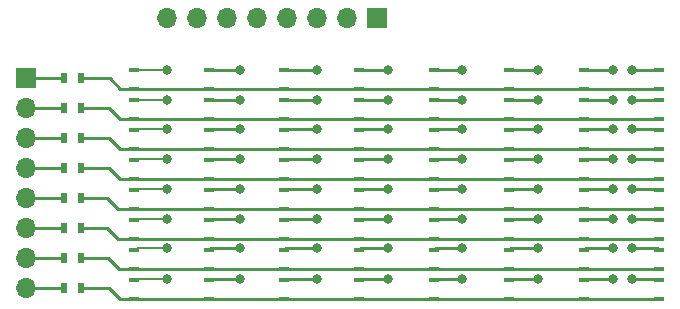
<source format=gbr>
%TF.GenerationSoftware,KiCad,Pcbnew,(5.1.9)-1*%
%TF.CreationDate,2021-06-01T09:40:16-07:00*%
%TF.ProjectId,Reverse_Mount_SMT_LED_PoC,52657665-7273-4655-9f4d-6f756e745f53,rev?*%
%TF.SameCoordinates,Original*%
%TF.FileFunction,Copper,L1,Top*%
%TF.FilePolarity,Positive*%
%FSLAX46Y46*%
G04 Gerber Fmt 4.6, Leading zero omitted, Abs format (unit mm)*
G04 Created by KiCad (PCBNEW (5.1.9)-1) date 2021-06-01 09:40:16*
%MOMM*%
%LPD*%
G01*
G04 APERTURE LIST*
%TA.AperFunction,ComponentPad*%
%ADD10R,1.700000X1.700000*%
%TD*%
%TA.AperFunction,ComponentPad*%
%ADD11O,1.700000X1.700000*%
%TD*%
%TA.AperFunction,SMDPad,CuDef*%
%ADD12R,0.850000X0.400000*%
%TD*%
%TA.AperFunction,SMDPad,CuDef*%
%ADD13R,0.500000X0.900000*%
%TD*%
%TA.AperFunction,ViaPad*%
%ADD14C,0.800000*%
%TD*%
%TA.AperFunction,Conductor*%
%ADD15C,0.200000*%
%TD*%
%TA.AperFunction,Conductor*%
%ADD16C,0.250000*%
%TD*%
G04 APERTURE END LIST*
D10*
X146530000Y-67250000D03*
D11*
X143990000Y-67250000D03*
X141450000Y-67250000D03*
X138910000Y-67250000D03*
X136370000Y-67250000D03*
X133830000Y-67250000D03*
X131290000Y-67250000D03*
X128750000Y-67250000D03*
D12*
X125935000Y-74200000D03*
X125935000Y-75860000D03*
X125935000Y-76740000D03*
X125935000Y-78400000D03*
X125935000Y-79280000D03*
X125935000Y-80940000D03*
X125935000Y-81820000D03*
X125935000Y-83480000D03*
X125935000Y-84360000D03*
X125935000Y-86020000D03*
X125935000Y-86900000D03*
X125935000Y-88560000D03*
X125935000Y-89440000D03*
X125935000Y-91100000D03*
X132285000Y-71660000D03*
X132285000Y-73320000D03*
X132285000Y-74200000D03*
X132285000Y-75860000D03*
X132285000Y-76740000D03*
X132285000Y-78400000D03*
X132285000Y-79280000D03*
X132285000Y-80940000D03*
X132285000Y-81820000D03*
X132285000Y-83480000D03*
X132285000Y-84360000D03*
X132285000Y-86020000D03*
X132285000Y-86900000D03*
X132285000Y-88560000D03*
X132285000Y-89440000D03*
X132285000Y-91100000D03*
X138635000Y-71660000D03*
X138635000Y-73320000D03*
X138635000Y-74200000D03*
X138635000Y-75860000D03*
X138635000Y-76740000D03*
X138635000Y-78400000D03*
X138635000Y-79280000D03*
X138635000Y-80940000D03*
X138635000Y-81820000D03*
X138635000Y-83480000D03*
X138635000Y-84360000D03*
X138635000Y-86020000D03*
X138635000Y-86900000D03*
X138635000Y-88560000D03*
X138635000Y-89440000D03*
X138635000Y-91100000D03*
X144985000Y-71660000D03*
X144985000Y-73320000D03*
X144985000Y-74200000D03*
X144985000Y-75860000D03*
X144985000Y-76740000D03*
X144985000Y-78400000D03*
X144985000Y-79280000D03*
X144985000Y-80940000D03*
X144985000Y-81820000D03*
X144985000Y-83480000D03*
X144985000Y-84360000D03*
X144985000Y-86020000D03*
X144985000Y-86900000D03*
X144985000Y-88560000D03*
X144985000Y-89440000D03*
X144985000Y-91100000D03*
X151335000Y-71660000D03*
X151335000Y-73320000D03*
X151335000Y-74200000D03*
X151335000Y-75860000D03*
X151335000Y-76740000D03*
X151335000Y-78400000D03*
X151335000Y-79280000D03*
X151335000Y-80940000D03*
X151335000Y-81820000D03*
X151335000Y-83480000D03*
X151335000Y-84360000D03*
X151335000Y-86020000D03*
X151335000Y-86900000D03*
X151335000Y-88560000D03*
X151335000Y-89435000D03*
X151335000Y-91095000D03*
X157685000Y-71660000D03*
X157685000Y-73320000D03*
X157685000Y-74200000D03*
X157685000Y-75860000D03*
X157685000Y-76740000D03*
X157685000Y-78400000D03*
X157685000Y-79280000D03*
X157685000Y-80940000D03*
X157685000Y-81820000D03*
X157685000Y-83480000D03*
X157685000Y-84360000D03*
X157685000Y-86020000D03*
X157685000Y-86900000D03*
X157685000Y-88560000D03*
X157685000Y-89440000D03*
X157685000Y-91100000D03*
X164035000Y-71660000D03*
X164035000Y-73320000D03*
X164035000Y-74200000D03*
X164035000Y-75860000D03*
X164035000Y-76740000D03*
X164035000Y-78400000D03*
X164035000Y-79280000D03*
X164035000Y-80940000D03*
X164035000Y-81820000D03*
X164035000Y-83480000D03*
X164035000Y-84360000D03*
X164035000Y-86020000D03*
X164035000Y-86900000D03*
X164035000Y-88560000D03*
X164035000Y-89440000D03*
X164035000Y-91100000D03*
X170385000Y-71660000D03*
X170385000Y-73320000D03*
X170385000Y-74200000D03*
X170385000Y-75860000D03*
X170385000Y-76740000D03*
X170385000Y-78400000D03*
X170385000Y-79280000D03*
X170385000Y-80940000D03*
X170385000Y-81815000D03*
X170385000Y-83475000D03*
X170385000Y-84360000D03*
X170385000Y-86020000D03*
X170385000Y-86900000D03*
X170385000Y-88560000D03*
X170385000Y-89440000D03*
X170385000Y-91100000D03*
D10*
X116840000Y-72390000D03*
D11*
X116840000Y-74930000D03*
X116840000Y-77470000D03*
X116840000Y-80010000D03*
X116840000Y-82550000D03*
X116840000Y-85090000D03*
X116840000Y-87630000D03*
X116840000Y-90170000D03*
D13*
X121515000Y-72390000D03*
X120015000Y-72390000D03*
X121515000Y-74930000D03*
X120015000Y-74930000D03*
X121515000Y-77470000D03*
X120015000Y-77470000D03*
X121515000Y-80010000D03*
X120015000Y-80010000D03*
X121515000Y-82550000D03*
X120015000Y-82550000D03*
X121515000Y-85090000D03*
X120015000Y-85090000D03*
X121515000Y-87630000D03*
X120015000Y-87630000D03*
X121515000Y-90170000D03*
X120015000Y-90170000D03*
D12*
X125935000Y-71660000D03*
X125935000Y-73320000D03*
D14*
X128750000Y-71700000D03*
X128750000Y-74200000D03*
X128750000Y-76700000D03*
X128750000Y-79200000D03*
X128750000Y-81800000D03*
X128750000Y-84300000D03*
X128750000Y-86800000D03*
X128750000Y-89400000D03*
X134950000Y-74200000D03*
X134950000Y-84300000D03*
X134950000Y-89400000D03*
X134950000Y-76700000D03*
X134950000Y-81800000D03*
X134950000Y-86800000D03*
X134950000Y-71700000D03*
X134950000Y-79200000D03*
X141450000Y-81800000D03*
X141450000Y-84300000D03*
X141450000Y-86800000D03*
X141450000Y-71700000D03*
X141450000Y-74200000D03*
X141450000Y-76700000D03*
X141450000Y-89400000D03*
X141450000Y-79200000D03*
X147450000Y-76700000D03*
X147450000Y-81800000D03*
X147450000Y-86800000D03*
X147450000Y-71700000D03*
X147450000Y-84300000D03*
X147450000Y-74200000D03*
X147450000Y-89400000D03*
X147450000Y-79200000D03*
X153750000Y-71700000D03*
X153750000Y-89400000D03*
X153750000Y-81800000D03*
X153750000Y-84300000D03*
X153750000Y-74200000D03*
X153750000Y-76700000D03*
X153750000Y-86800000D03*
X153750000Y-79200000D03*
X160150000Y-84300000D03*
X160150000Y-74200000D03*
X160150000Y-76700000D03*
X160150000Y-86800000D03*
X160150000Y-79200000D03*
X160150000Y-71700000D03*
X160150000Y-89400000D03*
X160150000Y-81800000D03*
X166550000Y-84300000D03*
X166550000Y-74200000D03*
X166550000Y-76700000D03*
X166550000Y-86800000D03*
X166550000Y-79200000D03*
X166550000Y-71700000D03*
X166550000Y-89400000D03*
X166550000Y-81800000D03*
X168150000Y-79200000D03*
X168150000Y-89400000D03*
X168150000Y-76700000D03*
X168150000Y-81800000D03*
X168150000Y-84300000D03*
X168150000Y-86800000D03*
X168150000Y-74200000D03*
X168150000Y-71700000D03*
D15*
X128750000Y-71700000D02*
X126095000Y-71700000D01*
X128750000Y-74200000D02*
X126135000Y-74200000D01*
X128750000Y-76700000D02*
X126175000Y-76700000D01*
X128750000Y-79200000D02*
X126215000Y-79200000D01*
X128750000Y-81800000D02*
X126155000Y-81800000D01*
X128750000Y-84300000D02*
X126195000Y-84300000D01*
X128750000Y-86800000D02*
X126235000Y-86800000D01*
X128750000Y-89400000D02*
X126175000Y-89400000D01*
D16*
X125935000Y-73320000D02*
X132285000Y-73320000D01*
X132285000Y-73320000D02*
X138635000Y-73320000D01*
X138635000Y-73320000D02*
X144985000Y-73320000D01*
X144985000Y-73320000D02*
X151335000Y-73320000D01*
X151335000Y-73320000D02*
X157685000Y-73320000D01*
X157685000Y-73320000D02*
X164035000Y-73320000D01*
X164035000Y-73320000D02*
X170385000Y-73320000D01*
X125935000Y-73320000D02*
X124820000Y-73320000D01*
X123890000Y-72390000D02*
X121515000Y-72390000D01*
X124820000Y-73320000D02*
X123890000Y-72390000D01*
X170385000Y-75860000D02*
X164035000Y-75860000D01*
X164035000Y-75860000D02*
X157685000Y-75860000D01*
X157685000Y-75860000D02*
X151335000Y-75860000D01*
X151335000Y-75860000D02*
X144985000Y-75860000D01*
X144985000Y-75860000D02*
X138635000Y-75860000D01*
X138635000Y-75860000D02*
X132285000Y-75860000D01*
X132285000Y-75860000D02*
X125935000Y-75860000D01*
X125935000Y-75860000D02*
X124760000Y-75860000D01*
X123830000Y-74930000D02*
X121515000Y-74930000D01*
X124760000Y-75860000D02*
X123830000Y-74930000D01*
X125935000Y-78400000D02*
X132285000Y-78400000D01*
X132285000Y-78400000D02*
X138635000Y-78400000D01*
X138635000Y-78400000D02*
X144985000Y-78400000D01*
X144985000Y-78400000D02*
X151335000Y-78400000D01*
X151335000Y-78400000D02*
X157685000Y-78400000D01*
X157685000Y-78400000D02*
X164035000Y-78400000D01*
X164035000Y-78400000D02*
X170385000Y-78400000D01*
X125935000Y-78400000D02*
X124800000Y-78400000D01*
X123870000Y-77470000D02*
X121515000Y-77470000D01*
X124800000Y-78400000D02*
X123870000Y-77470000D01*
X170385000Y-80940000D02*
X164035000Y-80940000D01*
X164035000Y-80940000D02*
X157685000Y-80940000D01*
X157685000Y-80940000D02*
X151335000Y-80940000D01*
X151335000Y-80940000D02*
X144985000Y-80940000D01*
X144985000Y-80940000D02*
X138635000Y-80940000D01*
X138635000Y-80940000D02*
X132285000Y-80940000D01*
X132285000Y-80940000D02*
X125935000Y-80940000D01*
X125935000Y-80940000D02*
X124740000Y-80940000D01*
X123810000Y-80010000D02*
X121515000Y-80010000D01*
X124740000Y-80940000D02*
X123810000Y-80010000D01*
X125935000Y-83480000D02*
X132285000Y-83480000D01*
X132285000Y-83480000D02*
X138635000Y-83480000D01*
X138635000Y-83480000D02*
X144985000Y-83480000D01*
X144985000Y-83480000D02*
X151335000Y-83480000D01*
X151335000Y-83480000D02*
X157685000Y-83480000D01*
X157685000Y-83480000D02*
X164035000Y-83480000D01*
X164035000Y-83480000D02*
X164040000Y-83475000D01*
X164040000Y-83475000D02*
X170385000Y-83475000D01*
X125935000Y-83480000D02*
X124580000Y-83480000D01*
X123650000Y-82550000D02*
X121515000Y-82550000D01*
X124580000Y-83480000D02*
X123650000Y-82550000D01*
X170385000Y-86020000D02*
X164035000Y-86020000D01*
X164035000Y-86020000D02*
X157685000Y-86020000D01*
X157685000Y-86020000D02*
X151335000Y-86020000D01*
X151335000Y-86020000D02*
X144985000Y-86020000D01*
X144985000Y-86020000D02*
X138635000Y-86020000D01*
X138635000Y-86020000D02*
X132285000Y-86020000D01*
X132285000Y-86020000D02*
X125935000Y-86020000D01*
X125935000Y-86020000D02*
X124620000Y-86020000D01*
X123690000Y-85090000D02*
X121515000Y-85090000D01*
X124620000Y-86020000D02*
X123690000Y-85090000D01*
X125935000Y-88560000D02*
X132285000Y-88560000D01*
X132285000Y-88560000D02*
X138635000Y-88560000D01*
X138635000Y-88560000D02*
X144985000Y-88560000D01*
X144985000Y-88560000D02*
X151335000Y-88560000D01*
X151335000Y-88560000D02*
X157685000Y-88560000D01*
X157685000Y-88560000D02*
X164035000Y-88560000D01*
X164035000Y-88560000D02*
X170385000Y-88560000D01*
X125935000Y-88560000D02*
X124660000Y-88560000D01*
X123730000Y-87630000D02*
X121515000Y-87630000D01*
X124660000Y-88560000D02*
X123730000Y-87630000D01*
X170385000Y-91100000D02*
X164035000Y-91100000D01*
X164035000Y-91100000D02*
X157685000Y-91100000D01*
X157685000Y-91100000D02*
X157680000Y-91095000D01*
X144990000Y-91095000D02*
X144985000Y-91100000D01*
X157680000Y-91095000D02*
X144990000Y-91095000D01*
X144985000Y-91100000D02*
X132285000Y-91100000D01*
X132285000Y-91100000D02*
X125935000Y-91100000D01*
X125935000Y-91100000D02*
X124800000Y-91100000D01*
X123870000Y-90170000D02*
X121515000Y-90170000D01*
X124800000Y-91100000D02*
X123870000Y-90170000D01*
X134950000Y-74200000D02*
X132285000Y-74200000D01*
X132285000Y-84360000D02*
X132345000Y-84300000D01*
X132345000Y-84300000D02*
X134950000Y-84300000D01*
X132285000Y-89440000D02*
X132325000Y-89400000D01*
X132325000Y-89400000D02*
X134950000Y-89400000D01*
X132285000Y-76740000D02*
X132325000Y-76700000D01*
X132325000Y-76700000D02*
X134950000Y-76700000D01*
X132285000Y-81820000D02*
X132305000Y-81800000D01*
X132305000Y-81800000D02*
X134950000Y-81800000D01*
X132285000Y-86900000D02*
X132385000Y-86800000D01*
X132385000Y-86800000D02*
X134950000Y-86800000D01*
X132285000Y-71660000D02*
X132325000Y-71700000D01*
X132325000Y-71700000D02*
X134950000Y-71700000D01*
X132285000Y-79280000D02*
X132365000Y-79200000D01*
X132365000Y-79200000D02*
X134950000Y-79200000D01*
X138635000Y-81820000D02*
X138655000Y-81800000D01*
X138655000Y-81800000D02*
X141450000Y-81800000D01*
X138635000Y-84360000D02*
X138695000Y-84300000D01*
X138695000Y-84300000D02*
X141450000Y-84300000D01*
X138635000Y-86900000D02*
X138735000Y-86800000D01*
X138735000Y-86800000D02*
X141450000Y-86800000D01*
X138635000Y-71660000D02*
X138675000Y-71700000D01*
X138675000Y-71700000D02*
X141450000Y-71700000D01*
X141450000Y-74200000D02*
X138635000Y-74200000D01*
X138635000Y-76740000D02*
X138675000Y-76700000D01*
X138675000Y-76700000D02*
X141450000Y-76700000D01*
X138635000Y-89440000D02*
X138675000Y-89400000D01*
X138675000Y-89400000D02*
X141450000Y-89400000D01*
X138635000Y-79280000D02*
X138715000Y-79200000D01*
X138715000Y-79200000D02*
X141450000Y-79200000D01*
X144985000Y-76740000D02*
X145025000Y-76700000D01*
X145025000Y-76700000D02*
X147450000Y-76700000D01*
X144985000Y-81820000D02*
X145005000Y-81800000D01*
X145005000Y-81800000D02*
X147450000Y-81800000D01*
X144985000Y-86900000D02*
X145085000Y-86800000D01*
X145085000Y-86800000D02*
X147450000Y-86800000D01*
X144985000Y-71660000D02*
X145025000Y-71700000D01*
X145025000Y-71700000D02*
X147450000Y-71700000D01*
X144985000Y-84360000D02*
X145045000Y-84300000D01*
X145045000Y-84300000D02*
X147450000Y-84300000D01*
X147450000Y-74200000D02*
X144985000Y-74200000D01*
X144985000Y-89440000D02*
X145025000Y-89400000D01*
X145025000Y-89400000D02*
X147450000Y-89400000D01*
X144985000Y-79280000D02*
X145065000Y-79200000D01*
X145065000Y-79200000D02*
X147450000Y-79200000D01*
X151335000Y-71660000D02*
X151375000Y-71700000D01*
X151375000Y-71700000D02*
X153750000Y-71700000D01*
X151335000Y-89435000D02*
X151370000Y-89400000D01*
X151370000Y-89400000D02*
X153750000Y-89400000D01*
X151335000Y-81820000D02*
X151355000Y-81800000D01*
X151355000Y-81800000D02*
X153750000Y-81800000D01*
X151335000Y-84360000D02*
X151395000Y-84300000D01*
X151395000Y-84300000D02*
X153750000Y-84300000D01*
X153750000Y-74200000D02*
X151335000Y-74200000D01*
X151335000Y-76740000D02*
X151375000Y-76700000D01*
X151375000Y-76700000D02*
X153750000Y-76700000D01*
X151335000Y-86900000D02*
X151435000Y-86800000D01*
X151435000Y-86800000D02*
X153750000Y-86800000D01*
X151335000Y-79280000D02*
X151415000Y-79200000D01*
X151415000Y-79200000D02*
X153750000Y-79200000D01*
X157685000Y-84360000D02*
X157745000Y-84300000D01*
X157745000Y-84300000D02*
X160150000Y-84300000D01*
X160150000Y-74200000D02*
X157685000Y-74200000D01*
X157685000Y-76740000D02*
X157725000Y-76700000D01*
X157725000Y-76700000D02*
X160150000Y-76700000D01*
X157685000Y-86900000D02*
X157785000Y-86800000D01*
X157785000Y-86800000D02*
X160150000Y-86800000D01*
X157685000Y-79280000D02*
X157765000Y-79200000D01*
X157765000Y-79200000D02*
X160150000Y-79200000D01*
X157685000Y-71660000D02*
X157725000Y-71700000D01*
X157725000Y-71700000D02*
X160150000Y-71700000D01*
X157685000Y-89440000D02*
X157725000Y-89400000D01*
X157725000Y-89400000D02*
X160150000Y-89400000D01*
X157685000Y-81820000D02*
X157705000Y-81800000D01*
X157705000Y-81800000D02*
X160150000Y-81800000D01*
X164035000Y-84360000D02*
X164095000Y-84300000D01*
X164095000Y-84300000D02*
X166550000Y-84300000D01*
X166550000Y-74200000D02*
X164035000Y-74200000D01*
X164035000Y-76740000D02*
X164075000Y-76700000D01*
X164075000Y-76700000D02*
X166550000Y-76700000D01*
X164035000Y-86900000D02*
X164135000Y-86800000D01*
X164135000Y-86800000D02*
X166550000Y-86800000D01*
X164035000Y-79280000D02*
X164115000Y-79200000D01*
X164115000Y-79200000D02*
X166550000Y-79200000D01*
X164035000Y-71660000D02*
X164075000Y-71700000D01*
X164075000Y-71700000D02*
X166550000Y-71700000D01*
X164035000Y-89440000D02*
X164075000Y-89400000D01*
X164075000Y-89400000D02*
X166550000Y-89400000D01*
X164035000Y-81820000D02*
X164055000Y-81800000D01*
X164055000Y-81800000D02*
X166550000Y-81800000D01*
X170385000Y-79280000D02*
X170305000Y-79200000D01*
X170305000Y-79200000D02*
X168150000Y-79200000D01*
X170385000Y-89440000D02*
X170345000Y-89400000D01*
X170345000Y-89400000D02*
X168150000Y-89400000D01*
X170385000Y-76740000D02*
X170345000Y-76700000D01*
X170345000Y-76700000D02*
X168150000Y-76700000D01*
X170385000Y-81815000D02*
X170370000Y-81800000D01*
X170370000Y-81800000D02*
X168150000Y-81800000D01*
X170385000Y-84360000D02*
X170325000Y-84300000D01*
X170325000Y-84300000D02*
X168150000Y-84300000D01*
X170385000Y-86900000D02*
X170285000Y-86800000D01*
X170285000Y-86800000D02*
X168150000Y-86800000D01*
X168150000Y-74200000D02*
X170385000Y-74200000D01*
X170385000Y-71660000D02*
X170345000Y-71700000D01*
X170345000Y-71700000D02*
X168150000Y-71700000D01*
X116840000Y-72390000D02*
X120015000Y-72390000D01*
X116840000Y-74930000D02*
X120015000Y-74930000D01*
X116840000Y-77470000D02*
X120015000Y-77470000D01*
X116840000Y-80010000D02*
X120015000Y-80010000D01*
X116840000Y-82550000D02*
X120015000Y-82550000D01*
X116840000Y-85090000D02*
X120015000Y-85090000D01*
X116840000Y-87630000D02*
X120015000Y-87630000D01*
X116840000Y-90170000D02*
X120015000Y-90170000D01*
M02*

</source>
